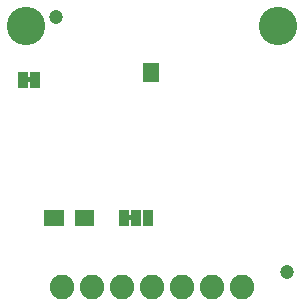
<source format=gbs>
G75*
%MOIN*%
%OFA0B0*%
%FSLAX25Y25*%
%IPPOS*%
%LPD*%
%AMOC8*
5,1,8,0,0,1.08239X$1,22.5*
%
%ADD10R,0.03300X0.05800*%
%ADD11R,0.05800X0.03300*%
%ADD12C,0.08200*%
%ADD13C,0.00500*%
%ADD14C,0.12800*%
%ADD15C,0.04737*%
D10*
X0128833Y0108100D03*
X0132033Y0108100D03*
X0139133Y0108100D03*
X0142333Y0108100D03*
X0153833Y0108000D03*
X0157833Y0108000D03*
X0161833Y0108000D03*
X0124333Y0154000D03*
X0120333Y0154000D03*
D11*
X0162833Y0154900D03*
X0162833Y0158100D03*
D12*
X0133333Y0084840D03*
X0143333Y0084840D03*
X0153333Y0084840D03*
X0163333Y0084840D03*
X0173333Y0084840D03*
X0183333Y0084840D03*
X0193333Y0084840D03*
D13*
X0156583Y0107500D02*
X0155083Y0107500D01*
X0155083Y0108500D01*
X0156583Y0108500D01*
X0156583Y0107500D01*
X0156583Y0107917D02*
X0155083Y0107917D01*
X0155083Y0108415D02*
X0156583Y0108415D01*
X0123083Y0153500D02*
X0121583Y0153500D01*
X0121583Y0154500D01*
X0123083Y0154500D01*
X0123083Y0153500D01*
X0123083Y0153780D02*
X0121583Y0153780D01*
X0121583Y0154278D02*
X0123083Y0154278D01*
D14*
X0121333Y0172000D03*
X0205333Y0172000D03*
D15*
X0131223Y0175100D03*
X0208333Y0090000D03*
M02*

</source>
